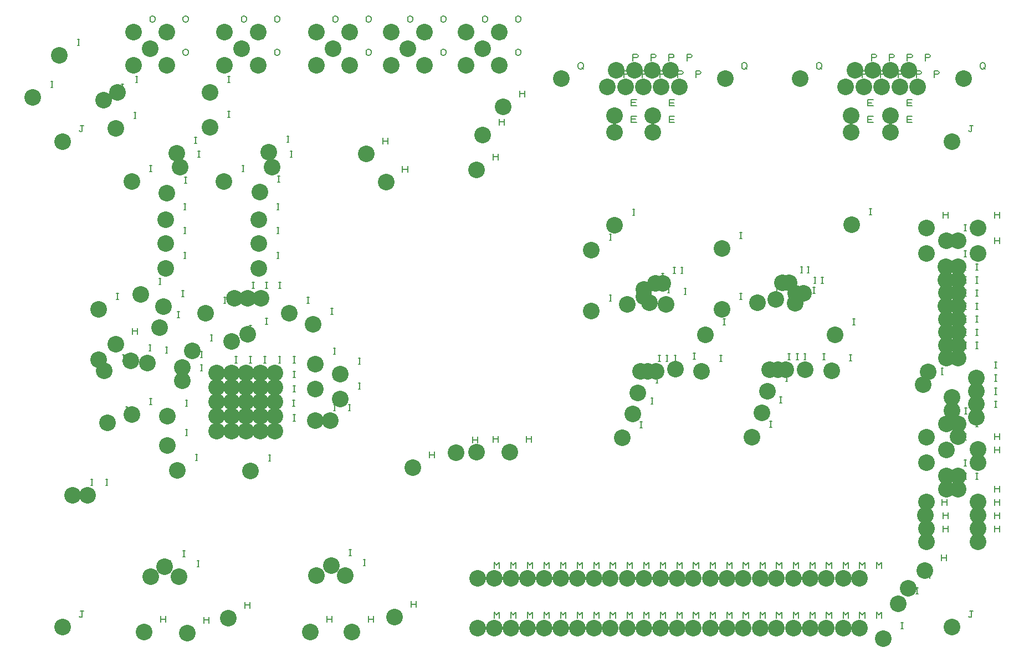
<source format=gbr>
%FSLAX23Y23*%
%MOIN*%
G04 EasyPC Gerber Version 17.0 Build 3379 *
%ADD18C,0.00500*%
%ADD71C,0.10000*%
X0Y0D02*
D02*
D18*
X207Y3527D02*
X219D01*
X213D02*
Y3564D01*
X207D02*
X219D01*
X367Y3782D02*
X379D01*
X373D02*
Y3819D01*
X367D02*
X379D01*
X378Y343D02*
X381Y340D01*
X387Y337*
X393Y340*
X396Y343*
Y374*
X403*
X396D02*
X384D01*
X378Y3268D02*
X381Y3265D01*
X387Y3262*
X393Y3265*
X396Y3268*
Y3299*
X403*
X396D02*
X384D01*
X447Y1132D02*
X459D01*
X453D02*
Y1169D01*
X447D02*
X459D01*
X537Y1132D02*
X549D01*
X543D02*
Y1169D01*
X537D02*
X549D01*
X602Y1947D02*
X614D01*
X608D02*
Y1984D01*
X602D02*
X614D01*
X602Y2252D02*
X614D01*
X608D02*
Y2289D01*
X602D02*
X614D01*
X632Y3512D02*
X644D01*
X638D02*
Y3549D01*
X632D02*
X644D01*
X637Y1882D02*
X649D01*
X643D02*
Y1919D01*
X637D02*
X649D01*
X657Y1567D02*
X669D01*
X663D02*
Y1604D01*
X657D02*
X669D01*
X698Y2042D02*
Y2079D01*
Y2061D02*
X729D01*
Y2042D02*
Y2079D01*
X707Y3342D02*
X719D01*
X713D02*
Y3379D01*
X707D02*
X719D01*
X717Y3557D02*
X729D01*
X723D02*
Y3594D01*
X717D02*
X729D01*
X797Y1942D02*
X809D01*
X803D02*
Y1979D01*
X797D02*
X809D01*
X802Y1617D02*
X814D01*
X808D02*
Y1654D01*
X802D02*
X814D01*
X802Y3022D02*
X814D01*
X808D02*
Y3059D01*
X802D02*
X814D01*
X803Y3734D02*
Y3747D01*
X806Y3753*
X809Y3756*
X815Y3759*
X821*
X828Y3756*
X831Y3753*
X834Y3747*
Y3734*
X831Y3728*
X828Y3725*
X821Y3722*
X815*
X809Y3725*
X806Y3728*
X803Y3734*
Y3934D02*
Y3947D01*
X806Y3953*
X809Y3956*
X815Y3959*
X821*
X828Y3956*
X831Y3953*
X834Y3947*
Y3934*
X831Y3928*
X828Y3925*
X821Y3922*
X815*
X809Y3925*
X806Y3928*
X803Y3934*
X857Y2342D02*
X869D01*
X863D02*
Y2379D01*
X857D02*
X869D01*
X868Y307D02*
Y344D01*
Y326D02*
X899D01*
Y307D02*
Y344D01*
X897Y1927D02*
X909D01*
X903D02*
Y1964D01*
X897D02*
X909D01*
X903Y3822D02*
Y3859D01*
X934Y3822*
Y3859*
X917Y642D02*
X929D01*
X923D02*
Y679D01*
X917D02*
X929D01*
X969Y2142D02*
X982D01*
X976D02*
Y2179D01*
X969D02*
X982D01*
X994Y2267D02*
X1007D01*
X1001D02*
Y2304D01*
X994D02*
X1007D01*
X1002Y702D02*
X1014D01*
X1008D02*
Y739D01*
X1002D02*
X1014D01*
X1007Y2497D02*
X1019D01*
X1013D02*
Y2534D01*
X1007D02*
X1019D01*
X1007Y2647D02*
X1019D01*
X1013D02*
Y2684D01*
X1007D02*
X1019D01*
X1007Y2792D02*
X1019D01*
X1013D02*
Y2829D01*
X1007D02*
X1019D01*
X1012Y2952D02*
X1024D01*
X1018D02*
Y2989D01*
X1012D02*
X1024D01*
X1002Y3734D02*
Y3747D01*
X1006Y3753*
X1009Y3756*
X1015Y3759*
X1021*
X1028Y3756*
X1031Y3753*
X1034Y3747*
Y3734*
X1031Y3728*
X1028Y3725*
X1021Y3722*
X1015*
X1009Y3725*
X1006Y3728*
X1002Y3734*
Y3934D02*
Y3947D01*
X1006Y3953*
X1009Y3956*
X1015Y3959*
X1021*
X1028Y3956*
X1031Y3953*
X1034Y3947*
Y3934*
X1031Y3928*
X1028Y3925*
X1021Y3922*
X1015*
X1009Y3925*
X1006Y3928*
X1002Y3934*
X1017Y1432D02*
X1029D01*
X1023D02*
Y1469D01*
X1017D02*
X1029D01*
X1017Y1607D02*
X1029D01*
X1023D02*
Y1644D01*
X1017D02*
X1029D01*
X1072Y3192D02*
X1084D01*
X1078D02*
Y3229D01*
X1072D02*
X1084D01*
X1077Y1282D02*
X1089D01*
X1083D02*
Y1319D01*
X1077D02*
X1089D01*
X1087Y642D02*
X1099D01*
X1093D02*
Y679D01*
X1087D02*
X1099D01*
X1092Y3107D02*
X1104D01*
X1098D02*
Y3144D01*
X1092D02*
X1104D01*
X1107Y1822D02*
X1119D01*
X1113D02*
Y1859D01*
X1107D02*
X1119D01*
X1107Y1902D02*
X1119D01*
X1113D02*
Y1939D01*
X1107D02*
X1119D01*
X1127Y302D02*
Y339D01*
Y321D02*
X1159D01*
Y302D02*
Y339D01*
X1167Y2002D02*
X1179D01*
X1173D02*
Y2039D01*
X1167D02*
X1179D01*
X1247Y2227D02*
X1259D01*
X1253D02*
Y2264D01*
X1247D02*
X1259D01*
X1272Y3347D02*
X1284D01*
X1278D02*
Y3384D01*
X1272D02*
X1284D01*
X1272Y3557D02*
X1284D01*
X1278D02*
Y3594D01*
X1272D02*
X1284D01*
X1314Y1519D02*
X1327D01*
X1321D02*
Y1557D01*
X1314D02*
X1327D01*
X1314Y1607D02*
X1327D01*
X1321D02*
Y1644D01*
X1314D02*
X1327D01*
X1314Y1694D02*
X1327D01*
X1321D02*
Y1732D01*
X1314D02*
X1327D01*
X1314Y1782D02*
X1327D01*
X1321D02*
Y1819D01*
X1314D02*
X1327D01*
X1314Y1869D02*
X1327D01*
X1321D02*
Y1907D01*
X1314D02*
X1327D01*
X1357Y3022D02*
X1369D01*
X1363D02*
Y3059D01*
X1357D02*
X1369D01*
X1353Y3734D02*
Y3747D01*
X1356Y3753*
X1359Y3756*
X1365Y3759*
X1371*
X1378Y3756*
X1381Y3753*
X1384Y3747*
Y3734*
X1381Y3728*
X1378Y3725*
X1371Y3722*
X1365*
X1359Y3725*
X1356Y3728*
X1353Y3734*
Y3934D02*
Y3947D01*
X1356Y3953*
X1359Y3956*
X1365Y3959*
X1371*
X1378Y3956*
X1381Y3953*
X1384Y3947*
Y3934*
X1381Y3928*
X1378Y3925*
X1371Y3922*
X1365*
X1359Y3925*
X1356Y3928*
X1353Y3934*
X1373Y392D02*
Y429D01*
Y411D02*
X1404D01*
Y392D02*
Y429D01*
X1402Y1519D02*
X1414D01*
X1408D02*
Y1557D01*
X1402D02*
X1414D01*
X1402Y1607D02*
X1414D01*
X1408D02*
Y1644D01*
X1402D02*
X1414D01*
X1402Y1694D02*
X1414D01*
X1408D02*
Y1732D01*
X1402D02*
X1414D01*
X1402Y1782D02*
X1414D01*
X1408D02*
Y1819D01*
X1402D02*
X1414D01*
X1402Y1869D02*
X1414D01*
X1408D02*
Y1907D01*
X1402D02*
X1414D01*
X1402Y2057D02*
X1414D01*
X1408D02*
Y2094D01*
X1402D02*
X1414D01*
X1419Y2317D02*
X1432D01*
X1426D02*
Y2354D01*
X1419D02*
X1432D01*
X1453Y3822D02*
Y3859D01*
X1484Y3822*
Y3859*
X1489Y1519D02*
X1502D01*
X1496D02*
Y1557D01*
X1489D02*
X1502D01*
X1489Y1607D02*
X1502D01*
X1496D02*
Y1644D01*
X1489D02*
X1502D01*
X1489Y1694D02*
X1502D01*
X1496D02*
Y1732D01*
X1489D02*
X1502D01*
X1489Y1782D02*
X1502D01*
X1496D02*
Y1819D01*
X1489D02*
X1502D01*
X1489Y1869D02*
X1502D01*
X1496D02*
Y1907D01*
X1489D02*
X1502D01*
X1499Y2102D02*
X1512D01*
X1506D02*
Y2139D01*
X1499D02*
X1512D01*
X1499Y2317D02*
X1512D01*
X1506D02*
Y2354D01*
X1499D02*
X1512D01*
X1517Y1277D02*
X1529D01*
X1523D02*
Y1314D01*
X1517D02*
X1529D01*
X1553Y3734D02*
Y3747D01*
X1556Y3753*
X1559Y3756*
X1565Y3759*
X1571*
X1578Y3756*
X1581Y3753*
X1584Y3747*
Y3734*
X1581Y3728*
X1578Y3725*
X1571Y3722*
X1565*
X1559Y3725*
X1556Y3728*
X1553Y3734*
Y3934D02*
Y3947D01*
X1556Y3953*
X1559Y3956*
X1565Y3959*
X1571*
X1578Y3956*
X1581Y3953*
X1584Y3947*
Y3934*
X1581Y3928*
X1578Y3925*
X1571Y3922*
X1565*
X1559Y3925*
X1556Y3928*
X1553Y3934*
X1567Y2497D02*
X1579D01*
X1573D02*
Y2534D01*
X1567D02*
X1579D01*
X1567Y2647D02*
X1579D01*
X1573D02*
Y2684D01*
X1567D02*
X1579D01*
X1567Y2792D02*
X1579D01*
X1573D02*
Y2829D01*
X1567D02*
X1579D01*
X1572Y2957D02*
X1584D01*
X1578D02*
Y2994D01*
X1572D02*
X1584D01*
X1577Y1519D02*
X1589D01*
X1583D02*
Y1557D01*
X1577D02*
X1589D01*
X1577Y1607D02*
X1589D01*
X1583D02*
Y1644D01*
X1577D02*
X1589D01*
X1577Y1694D02*
X1589D01*
X1583D02*
Y1732D01*
X1577D02*
X1589D01*
X1577Y1782D02*
X1589D01*
X1583D02*
Y1819D01*
X1577D02*
X1589D01*
X1577Y1869D02*
X1589D01*
X1583D02*
Y1907D01*
X1577D02*
X1589D01*
X1579Y2317D02*
X1592D01*
X1586D02*
Y2354D01*
X1579D02*
X1592D01*
X1627Y3197D02*
X1639D01*
X1633D02*
Y3234D01*
X1627D02*
X1639D01*
X1647Y3107D02*
X1659D01*
X1653D02*
Y3144D01*
X1647D02*
X1659D01*
X1662Y1607D02*
X1674D01*
X1668D02*
Y1644D01*
X1662D02*
X1674D01*
X1664Y1519D02*
X1677D01*
X1671D02*
Y1557D01*
X1664D02*
X1677D01*
X1664Y1694D02*
X1677D01*
X1671D02*
Y1732D01*
X1664D02*
X1677D01*
X1664Y1782D02*
X1677D01*
X1671D02*
Y1819D01*
X1664D02*
X1677D01*
X1664Y1869D02*
X1677D01*
X1671D02*
Y1907D01*
X1664D02*
X1677D01*
X1749Y2227D02*
X1762D01*
X1756D02*
Y2264D01*
X1749D02*
X1762D01*
X1868Y307D02*
Y344D01*
Y326D02*
X1899D01*
Y307D02*
Y344D01*
X1892Y2162D02*
X1904D01*
X1898D02*
Y2199D01*
X1892D02*
X1904D01*
X1907Y1582D02*
X1919D01*
X1913D02*
Y1619D01*
X1907D02*
X1919D01*
X1907Y1772D02*
X1919D01*
X1913D02*
Y1809D01*
X1907D02*
X1919D01*
X1907Y1922D02*
X1919D01*
X1913D02*
Y1959D01*
X1907D02*
X1919D01*
X1912Y647D02*
X1924D01*
X1918D02*
Y684D01*
X1912D02*
X1924D01*
X1903Y3734D02*
Y3747D01*
X1906Y3753*
X1909Y3756*
X1915Y3759*
X1921*
X1928Y3756*
X1931Y3753*
X1934Y3747*
Y3734*
X1931Y3728*
X1928Y3725*
X1921Y3722*
X1915*
X1909Y3725*
X1906Y3728*
X1903Y3734*
Y3934D02*
Y3947D01*
X1906Y3953*
X1909Y3956*
X1915Y3959*
X1921*
X1928Y3956*
X1931Y3953*
X1934Y3947*
Y3934*
X1931Y3928*
X1928Y3925*
X1921Y3922*
X1915*
X1909Y3925*
X1906Y3928*
X1903Y3934*
X1997Y1582D02*
X2009D01*
X2003D02*
Y1619D01*
X1997D02*
X2009D01*
X2002Y707D02*
X2014D01*
X2008D02*
Y744D01*
X2002D02*
X2014D01*
X2003Y3822D02*
Y3859D01*
X2034Y3822*
Y3859*
X2057Y1712D02*
X2069D01*
X2063D02*
Y1749D01*
X2057D02*
X2069D01*
X2057Y1862D02*
X2069D01*
X2063D02*
Y1899D01*
X2057D02*
X2069D01*
X2087Y647D02*
X2099D01*
X2093D02*
Y684D01*
X2087D02*
X2099D01*
X2103Y3734D02*
Y3747D01*
X2106Y3753*
X2109Y3756*
X2115Y3759*
X2121*
X2128Y3756*
X2131Y3753*
X2134Y3747*
Y3734*
X2131Y3728*
X2128Y3725*
X2121Y3722*
X2115*
X2109Y3725*
X2106Y3728*
X2103Y3734*
Y3934D02*
Y3947D01*
X2106Y3953*
X2109Y3956*
X2115Y3959*
X2121*
X2128Y3956*
X2131Y3953*
X2134Y3947*
Y3934*
X2131Y3928*
X2128Y3925*
X2121Y3922*
X2115*
X2109Y3925*
X2106Y3928*
X2103Y3934*
X2118Y307D02*
Y344D01*
Y326D02*
X2149D01*
Y307D02*
Y344D01*
X2203Y3187D02*
Y3224D01*
Y3206D02*
X2234D01*
Y3187D02*
Y3224D01*
X2322Y3017D02*
Y3054D01*
Y3036D02*
X2354D01*
Y3017D02*
Y3054D01*
X2353Y3734D02*
Y3747D01*
X2356Y3753*
X2359Y3756*
X2365Y3759*
X2371*
X2378Y3756*
X2381Y3753*
X2384Y3747*
Y3734*
X2381Y3728*
X2378Y3725*
X2371Y3722*
X2365*
X2359Y3725*
X2356Y3728*
X2353Y3734*
Y3934D02*
Y3947D01*
X2356Y3953*
X2359Y3956*
X2365Y3959*
X2371*
X2378Y3956*
X2381Y3953*
X2384Y3947*
Y3934*
X2381Y3928*
X2378Y3925*
X2371Y3922*
X2365*
X2359Y3925*
X2356Y3928*
X2353Y3934*
X2373Y397D02*
Y434D01*
Y416D02*
X2404D01*
Y397D02*
Y434D01*
X2453Y3822D02*
Y3859D01*
X2484Y3822*
Y3859*
X2483Y1297D02*
Y1334D01*
Y1316D02*
X2514D01*
Y1297D02*
Y1334D01*
X2553Y3734D02*
Y3747D01*
X2556Y3753*
X2559Y3756*
X2565Y3759*
X2571*
X2578Y3756*
X2581Y3753*
X2584Y3747*
Y3734*
X2581Y3728*
X2578Y3725*
X2571Y3722*
X2565*
X2559Y3725*
X2556Y3728*
X2553Y3734*
Y3934D02*
Y3947D01*
X2556Y3953*
X2559Y3956*
X2565Y3959*
X2571*
X2578Y3956*
X2581Y3953*
X2584Y3947*
Y3934*
X2581Y3928*
X2578Y3925*
X2571Y3922*
X2565*
X2559Y3925*
X2556Y3928*
X2553Y3934*
X2743Y1387D02*
Y1424D01*
Y1406D02*
X2774D01*
Y1387D02*
Y1424D01*
X2803Y3734D02*
Y3747D01*
X2806Y3753*
X2809Y3756*
X2815Y3759*
X2821*
X2828Y3756*
X2831Y3753*
X2834Y3747*
Y3734*
X2831Y3728*
X2828Y3725*
X2821Y3722*
X2815*
X2809Y3725*
X2806Y3728*
X2803Y3734*
Y3934D02*
Y3947D01*
X2806Y3953*
X2809Y3956*
X2815Y3959*
X2821*
X2828Y3956*
X2831Y3953*
X2834Y3947*
Y3934*
X2831Y3928*
X2828Y3925*
X2821Y3922*
X2815*
X2809Y3925*
X2806Y3928*
X2803Y3934*
X2868Y1392D02*
Y1429D01*
Y1411D02*
X2899D01*
Y1392D02*
Y1429D01*
X2868Y3092D02*
Y3129D01*
Y3111D02*
X2899D01*
Y3092D02*
Y3129D01*
X2873Y332D02*
Y369D01*
X2888Y351*
X2904Y369*
Y332*
X2873Y632D02*
Y669D01*
X2888Y651*
X2904Y669*
Y632*
X2903Y3302D02*
Y3339D01*
Y3321D02*
X2934D01*
Y3302D02*
Y3339D01*
X2903Y3822D02*
Y3859D01*
X2934Y3822*
Y3859*
X2973Y332D02*
Y369D01*
X2988Y351*
X3004Y369*
Y332*
X2973Y632D02*
Y669D01*
X2988Y651*
X3004Y669*
Y632*
X3003Y3734D02*
Y3747D01*
X3006Y3753*
X3009Y3756*
X3015Y3759*
X3021*
X3028Y3756*
X3031Y3753*
X3034Y3747*
Y3734*
X3031Y3728*
X3028Y3725*
X3021Y3722*
X3015*
X3009Y3725*
X3006Y3728*
X3003Y3734*
Y3934D02*
Y3947D01*
X3006Y3953*
X3009Y3956*
X3015Y3959*
X3021*
X3028Y3956*
X3031Y3953*
X3034Y3947*
Y3934*
X3031Y3928*
X3028Y3925*
X3021Y3922*
X3015*
X3009Y3925*
X3006Y3928*
X3003Y3934*
X3028Y3472D02*
Y3509D01*
Y3491D02*
X3059D01*
Y3472D02*
Y3509D01*
X3068Y1392D02*
Y1429D01*
Y1411D02*
X3099D01*
Y1392D02*
Y1429D01*
X3073Y332D02*
Y369D01*
X3088Y351*
X3104Y369*
Y332*
X3073Y632D02*
Y669D01*
X3088Y651*
X3104Y669*
Y632*
X3173Y332D02*
Y369D01*
X3188Y351*
X3204Y369*
Y332*
X3173Y632D02*
Y669D01*
X3188Y651*
X3204Y669*
Y632*
X3273Y332D02*
Y369D01*
X3288Y351*
X3304Y369*
Y332*
X3273Y632D02*
Y669D01*
X3288Y651*
X3304Y669*
Y632*
X3373Y332D02*
Y369D01*
X3388Y351*
X3404Y369*
Y332*
X3373Y632D02*
Y669D01*
X3388Y651*
X3404Y669*
Y632*
X3379Y3652D02*
Y3665D01*
X3382Y3671*
X3385Y3674*
X3391Y3677*
X3397*
X3404Y3674*
X3407Y3671*
X3410Y3665*
Y3652*
X3407Y3646*
X3404Y3643*
X3397Y3640*
X3391*
X3385Y3643*
X3382Y3646*
X3379Y3652*
X3400Y3649D02*
X3410Y3640D01*
X3473Y332D02*
Y369D01*
X3488Y351*
X3504Y369*
Y332*
X3473Y632D02*
Y669D01*
X3488Y651*
X3504Y669*
Y632*
X3567Y2242D02*
X3579D01*
X3573D02*
Y2279D01*
X3567D02*
X3579D01*
X3567Y2607D02*
X3579D01*
X3573D02*
Y2644D01*
X3567D02*
X3579D01*
X3572Y332D02*
Y369D01*
X3588Y351*
X3604Y369*
Y332*
X3572Y632D02*
Y669D01*
X3588Y651*
X3604Y669*
Y632*
X3655Y3590D02*
Y3627D01*
X3676*
X3683Y3624*
X3686Y3618*
X3683Y3612*
X3676Y3609*
X3655*
X3673Y332D02*
Y369D01*
X3688Y351*
X3704Y369*
Y332*
X3673Y632D02*
Y669D01*
X3688Y651*
X3704Y669*
Y632*
X3707Y2757D02*
X3719D01*
X3713D02*
Y2794D01*
X3707D02*
X3719D01*
X3699Y3319D02*
Y3356D01*
X3730*
X3724Y3337D02*
X3699D01*
Y3319D02*
X3730D01*
X3699Y3419D02*
Y3456D01*
X3730*
X3724Y3437D02*
X3699D01*
Y3419D02*
X3730D01*
X3709Y3690D02*
Y3727D01*
X3730*
X3737Y3724*
X3740Y3718*
X3737Y3712*
X3730Y3709*
X3709*
X3752Y1477D02*
X3764D01*
X3758D02*
Y1514D01*
X3752D02*
X3764D01*
X3763Y3590D02*
Y3627D01*
X3784*
X3791Y3624*
X3794Y3618*
X3791Y3612*
X3784Y3609*
X3763*
X3773Y332D02*
Y369D01*
X3788Y351*
X3804Y369*
Y332*
X3773Y632D02*
Y669D01*
X3788Y651*
X3804Y669*
Y632*
X3782Y2282D02*
X3794D01*
X3788D02*
Y2319D01*
X3782D02*
X3794D01*
X3817Y1622D02*
X3829D01*
X3823D02*
Y1659D01*
X3817D02*
X3829D01*
X3817Y3690D02*
Y3727D01*
X3838*
X3845Y3724*
X3848Y3718*
X3845Y3712*
X3838Y3709*
X3817*
X3847Y1747D02*
X3859D01*
X3853D02*
Y1784D01*
X3847D02*
X3859D01*
X3862Y1877D02*
X3874D01*
X3868D02*
Y1914D01*
X3862D02*
X3874D01*
X3871Y3590D02*
Y3627D01*
X3892*
X3899Y3624*
X3902Y3618*
X3899Y3612*
X3892Y3609*
X3871*
X3873Y332D02*
Y369D01*
X3888Y351*
X3904Y369*
Y332*
X3873Y632D02*
Y669D01*
X3888Y651*
X3904Y669*
Y632*
X3882Y2327D02*
X3894D01*
X3888D02*
Y2364D01*
X3882D02*
X3894D01*
X3882Y2372D02*
X3894D01*
X3888D02*
Y2409D01*
X3882D02*
X3894D01*
X3907Y1877D02*
X3919D01*
X3913D02*
Y1914D01*
X3907D02*
X3919D01*
X3917Y2292D02*
X3929D01*
X3923D02*
Y2329D01*
X3917D02*
X3929D01*
X3925Y3690D02*
Y3727D01*
X3946*
X3953Y3724*
X3956Y3718*
X3953Y3712*
X3946Y3709*
X3925*
X3928Y3317D02*
Y3354D01*
X3959*
X3953Y3336D02*
X3928D01*
Y3317D02*
X3959D01*
X3928Y3417D02*
Y3454D01*
X3959*
X3953Y3436D02*
X3928D01*
Y3417D02*
X3959D01*
X3952Y2407D02*
X3964D01*
X3958D02*
Y2444D01*
X3952D02*
X3964D01*
X3957Y1877D02*
X3969D01*
X3963D02*
Y1914D01*
X3957D02*
X3969D01*
X3973Y332D02*
Y369D01*
X3988Y351*
X4004Y369*
Y332*
X3973Y632D02*
Y669D01*
X3988Y651*
X4004Y669*
Y632*
X3979Y3590D02*
Y3627D01*
X4000*
X4007Y3624*
X4010Y3618*
X4007Y3612*
X4000Y3609*
X3979*
X3997Y2407D02*
X4009D01*
X4003D02*
Y2444D01*
X3997D02*
X4009D01*
X4017Y2282D02*
X4029D01*
X4023D02*
Y2319D01*
X4017D02*
X4029D01*
X4033Y3690D02*
Y3727D01*
X4054*
X4061Y3724*
X4064Y3718*
X4061Y3712*
X4054Y3709*
X4033*
X4072Y1892D02*
X4084D01*
X4078D02*
Y1929D01*
X4072D02*
X4084D01*
X4072Y332D02*
Y369D01*
X4088Y351*
X4104Y369*
Y332*
X4072Y632D02*
Y669D01*
X4088Y651*
X4104Y669*
Y632*
X4087Y3590D02*
Y3627D01*
X4108*
X4115Y3624*
X4118Y3618*
X4115Y3612*
X4108Y3609*
X4087*
X4173Y332D02*
Y369D01*
X4188Y351*
X4204Y369*
Y332*
X4173Y632D02*
Y669D01*
X4188Y651*
X4204Y669*
Y632*
X4232Y1877D02*
X4244D01*
X4238D02*
Y1914D01*
X4232D02*
X4244D01*
X4252Y2097D02*
X4264D01*
X4258D02*
Y2134D01*
X4252D02*
X4264D01*
X4273Y332D02*
Y369D01*
X4288Y351*
X4304Y369*
Y332*
X4273Y632D02*
Y669D01*
X4288Y651*
X4304Y669*
Y632*
X4352Y2252D02*
X4364D01*
X4358D02*
Y2289D01*
X4352D02*
X4364D01*
X4352Y2617D02*
X4364D01*
X4358D02*
Y2654D01*
X4352D02*
X4364D01*
X4363Y3652D02*
Y3665D01*
X4366Y3671*
X4369Y3674*
X4375Y3677*
X4381*
X4388Y3674*
X4391Y3671*
X4394Y3665*
Y3652*
X4391Y3646*
X4388Y3643*
X4381Y3640*
X4375*
X4369Y3643*
X4366Y3646*
X4363Y3652*
X4384Y3649D02*
X4394Y3640D01*
X4372Y332D02*
Y369D01*
X4388Y351*
X4404Y369*
Y332*
X4372Y632D02*
Y669D01*
X4388Y651*
X4404Y669*
Y632*
X4473Y332D02*
Y369D01*
X4488Y351*
X4504Y369*
Y332*
X4473Y632D02*
Y669D01*
X4488Y651*
X4504Y669*
Y632*
X4532Y1482D02*
X4544D01*
X4538D02*
Y1519D01*
X4532D02*
X4544D01*
X4567Y2292D02*
X4579D01*
X4573D02*
Y2329D01*
X4567D02*
X4579D01*
X4572Y332D02*
Y369D01*
X4588Y351*
X4604Y369*
Y332*
X4572Y632D02*
Y669D01*
X4588Y651*
X4604Y669*
Y632*
X4592Y1627D02*
X4604D01*
X4598D02*
Y1664D01*
X4592D02*
X4604D01*
X4627Y1757D02*
X4639D01*
X4633D02*
Y1794D01*
X4627D02*
X4639D01*
X4642Y1887D02*
X4654D01*
X4648D02*
Y1924D01*
X4642D02*
X4654D01*
X4677Y2312D02*
X4689D01*
X4683D02*
Y2349D01*
X4677D02*
X4689D01*
X4673Y332D02*
Y369D01*
X4688Y351*
X4704Y369*
Y332*
X4673Y632D02*
Y669D01*
X4688Y651*
X4704Y669*
Y632*
X4692Y1887D02*
X4704D01*
X4698D02*
Y1924D01*
X4692D02*
X4704D01*
X4717Y2412D02*
X4729D01*
X4723D02*
Y2449D01*
X4717D02*
X4729D01*
X4737Y1887D02*
X4749D01*
X4743D02*
Y1924D01*
X4737D02*
X4749D01*
X4757Y2412D02*
X4769D01*
X4763D02*
Y2449D01*
X4757D02*
X4769D01*
X4773Y332D02*
Y369D01*
X4788Y351*
X4804Y369*
Y332*
X4773Y632D02*
Y669D01*
X4788Y651*
X4804Y669*
Y632*
X4792Y2287D02*
X4804D01*
X4798D02*
Y2324D01*
X4792D02*
X4804D01*
X4797Y2347D02*
X4809D01*
X4803D02*
Y2384D01*
X4797D02*
X4809D01*
X4813Y3652D02*
Y3665D01*
X4816Y3671*
X4819Y3674*
X4825Y3677*
X4831*
X4838Y3674*
X4841Y3671*
X4844Y3665*
Y3652*
X4841Y3646*
X4838Y3643*
X4831Y3640*
X4825*
X4819Y3643*
X4816Y3646*
X4813Y3652*
X4834Y3649D02*
X4844Y3640D01*
X4842Y2347D02*
X4854D01*
X4848D02*
Y2384D01*
X4842D02*
X4854D01*
X4852Y1887D02*
X4864D01*
X4858D02*
Y1924D01*
X4852D02*
X4864D01*
X4872Y332D02*
Y369D01*
X4888Y351*
X4904Y369*
Y332*
X4872Y632D02*
Y669D01*
X4888Y651*
X4904Y669*
Y632*
X4973Y332D02*
Y369D01*
X4988Y351*
X5004Y369*
Y332*
X4973Y632D02*
Y669D01*
X4988Y651*
X5004Y669*
Y632*
X5012Y1882D02*
X5024D01*
X5018D02*
Y1919D01*
X5012D02*
X5024D01*
X5032Y2097D02*
X5044D01*
X5038D02*
Y2134D01*
X5032D02*
X5044D01*
X5072Y332D02*
Y369D01*
X5088Y351*
X5104Y369*
Y332*
X5072Y632D02*
Y669D01*
X5088Y651*
X5104Y669*
Y632*
X5089Y3590D02*
Y3627D01*
X5110*
X5117Y3624*
X5120Y3618*
X5117Y3612*
X5110Y3609*
X5089*
X5121Y3317D02*
Y3355D01*
X5153*
X5146Y3336D02*
X5121D01*
Y3317D02*
X5153D01*
X5121Y3417D02*
Y3455D01*
X5153*
X5146Y3436D02*
X5121D01*
Y3417D02*
X5153D01*
X5132Y2762D02*
X5144D01*
X5138D02*
Y2799D01*
X5132D02*
X5144D01*
X5143Y3690D02*
Y3727D01*
X5164*
X5171Y3724*
X5174Y3718*
X5171Y3712*
X5164Y3709*
X5143*
X5173Y332D02*
Y369D01*
X5188Y351*
X5204Y369*
Y332*
X5173Y632D02*
Y669D01*
X5188Y651*
X5204Y669*
Y632*
X5197Y3590D02*
Y3627D01*
X5218*
X5225Y3624*
X5228Y3618*
X5225Y3612*
X5218Y3609*
X5197*
X5251Y3690D02*
Y3727D01*
X5272*
X5279Y3724*
X5282Y3718*
X5279Y3712*
X5272Y3709*
X5251*
X5305Y3590D02*
Y3627D01*
X5326*
X5333Y3624*
X5336Y3618*
X5333Y3612*
X5326Y3609*
X5305*
X5322Y267D02*
X5334D01*
X5328D02*
Y304D01*
X5322D02*
X5334D01*
X5358Y3317D02*
Y3354D01*
X5389*
X5383Y3336D02*
X5358D01*
Y3317D02*
X5389D01*
X5358Y3417D02*
Y3454D01*
X5389*
X5383Y3436D02*
X5358D01*
Y3417D02*
X5389D01*
X5359Y3690D02*
Y3727D01*
X5380*
X5387Y3724*
X5390Y3718*
X5387Y3712*
X5380Y3709*
X5359*
X5412Y477D02*
X5424D01*
X5418D02*
Y514D01*
X5412D02*
X5424D01*
X5413Y3590D02*
Y3627D01*
X5434*
X5441Y3624*
X5444Y3618*
X5441Y3612*
X5434Y3609*
X5413*
X5463Y572D02*
Y609D01*
Y591D02*
X5494D01*
Y572D02*
Y609D01*
X5467Y3690D02*
Y3727D01*
X5488*
X5495Y3724*
X5498Y3718*
X5495Y3712*
X5488Y3709*
X5467*
X5521Y3590D02*
Y3627D01*
X5542*
X5549Y3624*
X5552Y3618*
X5549Y3612*
X5542Y3609*
X5521*
X5563Y1799D02*
X5575D01*
X5569D02*
Y1837D01*
X5563D02*
X5575D01*
X5563Y677D02*
Y714D01*
Y696D02*
X5594D01*
Y677D02*
Y714D01*
X5568Y1012D02*
Y1049D01*
Y1031D02*
X5599D01*
Y1012D02*
Y1049D01*
X5573Y852D02*
Y889D01*
Y871D02*
X5604D01*
Y852D02*
Y889D01*
X5573Y932D02*
Y969D01*
Y951D02*
X5604D01*
Y932D02*
Y969D01*
X5573Y1092D02*
Y1129D01*
Y1111D02*
X5604D01*
Y1092D02*
Y1129D01*
X5573Y1327D02*
Y1364D01*
Y1346D02*
X5604D01*
Y1327D02*
Y1364D01*
X5573Y1482D02*
Y1519D01*
Y1501D02*
X5604D01*
Y1482D02*
Y1519D01*
X5573Y2587D02*
Y2624D01*
Y2606D02*
X5604D01*
Y2587D02*
Y2624D01*
X5573Y2742D02*
Y2779D01*
Y2761D02*
X5604D01*
Y2742D02*
Y2779D01*
X5595Y1875D02*
X5608D01*
X5601D02*
Y1913D01*
X5595D02*
X5608D01*
X5700Y2428D02*
X5712D01*
X5706D02*
Y2466D01*
X5700D02*
X5712D01*
X5701Y2272D02*
X5714D01*
X5707D02*
Y2310D01*
X5701D02*
X5714D01*
X5701Y2508D02*
X5714D01*
X5707D02*
Y2545D01*
X5701D02*
X5714D01*
X5702Y1247D02*
X5715D01*
X5709D02*
Y1285D01*
X5702D02*
X5715D01*
X5702Y1405D02*
X5715D01*
X5709D02*
Y1442D01*
X5702D02*
X5715D01*
X5702Y2035D02*
X5715D01*
X5709D02*
Y2072D01*
X5702D02*
X5715D01*
X5702Y2114D02*
X5715D01*
X5709D02*
Y2151D01*
X5702D02*
X5715D01*
X5702Y2192D02*
X5715D01*
X5709D02*
Y2230D01*
X5702D02*
X5715D01*
X5702Y2351D02*
X5715D01*
X5709D02*
Y2388D01*
X5702D02*
X5715D01*
X5702Y2665D02*
X5715D01*
X5709D02*
Y2703D01*
X5702D02*
X5715D01*
X5704Y1169D02*
X5716D01*
X5710D02*
Y1206D01*
X5704D02*
X5716D01*
X5704Y1956D02*
X5716D01*
X5710D02*
Y1994D01*
X5704D02*
X5716D01*
X5705Y1562D02*
X5717D01*
X5711D02*
Y1599D01*
X5705D02*
X5717D01*
X5728Y343D02*
X5731Y340D01*
X5737Y337*
X5743Y340*
X5746Y343*
Y374*
X5753*
X5746D02*
X5734D01*
X5728Y3268D02*
X5731Y3265D01*
X5737Y3262*
X5743Y3265*
X5746Y3268*
Y3299*
X5753*
X5746D02*
X5734D01*
X5737Y1642D02*
X5750D01*
X5744D02*
Y1679D01*
X5737D02*
X5750D01*
X5739Y1720D02*
X5751D01*
X5745D02*
Y1758D01*
X5739D02*
X5751D01*
X5772Y1169D02*
X5784D01*
X5778D02*
Y1206D01*
X5772D02*
X5784D01*
X5772Y1248D02*
X5784D01*
X5778D02*
Y1285D01*
X5772D02*
X5784D01*
X5772Y1484D02*
X5784D01*
X5778D02*
Y1521D01*
X5772D02*
X5784D01*
X5772Y1563D02*
X5784D01*
X5778D02*
Y1600D01*
X5772D02*
X5784D01*
X5772Y1956D02*
X5784D01*
X5778D02*
Y1994D01*
X5772D02*
X5784D01*
X5772Y2035D02*
X5784D01*
X5778D02*
Y2073D01*
X5772D02*
X5784D01*
X5772Y2114D02*
X5784D01*
X5778D02*
Y2151D01*
X5772D02*
X5784D01*
X5772Y2193D02*
X5784D01*
X5778D02*
Y2230D01*
X5772D02*
X5784D01*
X5772Y2271D02*
X5784D01*
X5778D02*
Y2309D01*
X5772D02*
X5784D01*
X5772Y2350D02*
X5784D01*
X5778D02*
Y2388D01*
X5772D02*
X5784D01*
X5772Y2429D02*
X5784D01*
X5778D02*
Y2466D01*
X5772D02*
X5784D01*
X5772Y2508D02*
X5784D01*
X5778D02*
Y2545D01*
X5772D02*
X5784D01*
X5772Y2665D02*
X5784D01*
X5778D02*
Y2703D01*
X5772D02*
X5784D01*
X5797Y3652D02*
Y3665D01*
X5800Y3671*
X5803Y3674*
X5809Y3677*
X5815*
X5822Y3674*
X5825Y3671*
X5828Y3665*
Y3652*
X5825Y3646*
X5822Y3643*
X5815Y3640*
X5809*
X5803Y3643*
X5800Y3646*
X5797Y3652*
X5818Y3649D02*
X5828Y3640D01*
X5884Y1602D02*
X5897D01*
X5890D02*
Y1639D01*
X5884D02*
X5897D01*
X5884Y1680D02*
X5897D01*
X5890D02*
Y1718D01*
X5884D02*
X5897D01*
X5884Y1759D02*
X5897D01*
X5890D02*
Y1797D01*
X5884D02*
X5897D01*
X5884Y1839D02*
X5897D01*
X5890D02*
Y1876D01*
X5884D02*
X5897D01*
X5883Y852D02*
Y889D01*
Y871D02*
X5914D01*
Y852D02*
Y889D01*
X5883Y932D02*
Y969D01*
Y951D02*
X5914D01*
Y932D02*
Y969D01*
X5883Y1012D02*
Y1049D01*
Y1031D02*
X5914D01*
Y1012D02*
Y1049D01*
X5883Y1092D02*
Y1129D01*
Y1111D02*
X5914D01*
Y1092D02*
Y1129D01*
X5883Y1327D02*
Y1364D01*
Y1346D02*
X5914D01*
Y1327D02*
Y1364D01*
X5883Y1407D02*
Y1444D01*
Y1426D02*
X5914D01*
Y1407D02*
Y1444D01*
X5883Y2587D02*
Y2624D01*
Y2606D02*
X5914D01*
Y2587D02*
Y2624D01*
X5883Y2742D02*
Y2779D01*
Y2761D02*
X5914D01*
Y2742D02*
Y2779D01*
D02*
D71*
X98Y3468D03*
X258Y3723D03*
X278Y278D03*
Y3203D03*
X338Y1073D03*
X428D03*
X493Y1888D03*
Y2192D03*
X523Y3453D03*
X527Y1823D03*
X548Y1508D03*
X598Y1983D03*
Y3283D03*
X608Y3498D03*
X688Y1883D03*
X693Y1558D03*
Y2963D03*
X703Y3663D03*
Y3863D03*
X748Y2283D03*
X768Y248D03*
X788Y1868D03*
X803Y3763D03*
X808Y583D03*
X860Y2083D03*
X885Y2208D03*
X892Y643D03*
X898Y2438D03*
Y2588D03*
Y2733D03*
X903Y2893D03*
Y3663D03*
Y3863D03*
X908Y1373D03*
Y1548D03*
X963Y3133D03*
X968Y1223D03*
X978Y583D03*
X983Y3048D03*
X998Y1763D03*
Y1843D03*
X1028Y243D03*
X1058Y1942D03*
X1138Y2168D03*
X1163Y3288D03*
Y3498D03*
X1205Y1460D03*
Y1548D03*
Y1635D03*
Y1722D03*
Y1810D03*
X1248Y2963D03*
X1252Y3663D03*
Y3863D03*
X1273Y333D03*
X1293Y1460D03*
Y1548D03*
Y1635D03*
Y1722D03*
Y1810D03*
Y1998D03*
X1310Y2258D03*
X1353Y3763D03*
X1380Y1460D03*
Y1548D03*
Y1635D03*
Y1722D03*
Y1810D03*
X1390Y2043D03*
Y2258D03*
X1408Y1218D03*
X1453Y3663D03*
Y3863D03*
X1458Y2438D03*
Y2588D03*
Y2733D03*
X1463Y2898D03*
X1468Y1460D03*
Y1548D03*
Y1635D03*
Y1722D03*
Y1810D03*
X1470Y2258D03*
X1518Y3138D03*
X1538Y3048D03*
X1553Y1548D03*
X1555Y1460D03*
Y1635D03*
Y1722D03*
Y1810D03*
X1640Y2168D03*
X1768Y248D03*
X1783Y2103D03*
X1798Y1523D03*
Y1713D03*
Y1863D03*
X1803Y588D03*
Y3663D03*
Y3863D03*
X1888Y1523D03*
X1893Y648D03*
X1903Y3763D03*
X1948Y1653D03*
Y1803D03*
X1978Y588D03*
X2003Y3663D03*
Y3863D03*
X2018Y248D03*
X2103Y3128D03*
X2223Y2958D03*
X2253Y3663D03*
Y3863D03*
X2273Y338D03*
X2353Y3763D03*
X2383Y1238D03*
X2453Y3663D03*
Y3863D03*
X2643Y1328D03*
X2703Y3663D03*
Y3863D03*
X2768Y1333D03*
Y3033D03*
X2773Y273D03*
Y573D03*
X2803Y3243D03*
Y3763D03*
X2873Y273D03*
Y573D03*
X2903Y3663D03*
Y3863D03*
X2928Y3413D03*
X2968Y1333D03*
X2973Y273D03*
Y573D03*
X3073Y273D03*
Y573D03*
X3173Y273D03*
Y573D03*
X3273Y273D03*
Y573D03*
X3279Y3581D03*
X3373Y273D03*
Y573D03*
X3458Y2183D03*
Y2547D03*
X3473Y273D03*
Y573D03*
X3555Y3531D03*
X3572Y273D03*
Y573D03*
X3598Y2698D03*
X3599Y3259D03*
Y3359D03*
X3609Y3631D03*
X3643Y1418D03*
X3663Y3531D03*
X3673Y273D03*
Y573D03*
Y2223D03*
X3708Y1563D03*
X3717Y3631D03*
X3738Y1688D03*
X3753Y1817D03*
X3771Y3531D03*
X3773Y273D03*
Y573D03*
Y2268D03*
Y2313D03*
X3798Y1817D03*
X3808Y2233D03*
X3825Y3631D03*
X3828Y3257D03*
Y3358D03*
X3843Y2348D03*
X3848Y1817D03*
X3873Y273D03*
Y573D03*
X3879Y3531D03*
X3888Y2348D03*
X3908Y2223D03*
X3933Y3631D03*
X3963Y1833D03*
X3973Y273D03*
Y573D03*
X3987Y3531D03*
X4072Y273D03*
Y573D03*
X4122Y1817D03*
X4143Y2038D03*
X4173Y273D03*
Y573D03*
X4243Y2192D03*
Y2558D03*
X4263Y3581D03*
X4273Y273D03*
Y573D03*
X4372Y273D03*
Y573D03*
X4423Y1423D03*
X4457Y2233D03*
X4473Y273D03*
Y573D03*
X4483Y1568D03*
X4518Y1698D03*
X4532Y1828D03*
X4568Y2253D03*
X4572Y273D03*
Y573D03*
X4582Y1828D03*
X4608Y2353D03*
X4628Y1828D03*
X4648Y2353D03*
X4673Y273D03*
Y573D03*
X4683Y2228D03*
X4688Y2288D03*
X4713Y3581D03*
X4733Y2288D03*
X4743Y1828D03*
X4773Y273D03*
Y573D03*
X4872Y273D03*
Y573D03*
X4903Y1823D03*
X4923Y2038D03*
X4973Y273D03*
Y573D03*
X4989Y3531D03*
X5021Y3258D03*
Y3358D03*
X5023Y2703D03*
X5043Y3631D03*
X5072Y273D03*
Y573D03*
X5097Y3531D03*
X5151Y3631D03*
X5205Y3531D03*
X5213Y207D03*
X5258Y3257D03*
Y3358D03*
X5259Y3631D03*
X5303Y418D03*
X5313Y3531D03*
X5363Y513D03*
X5367Y3631D03*
X5421Y3531D03*
X5453Y1740D03*
X5463Y618D03*
X5468Y953D03*
X5473Y793D03*
Y873D03*
Y1033D03*
Y1268D03*
Y1423D03*
Y2528D03*
Y2683D03*
X5486Y1816D03*
X5591Y2369D03*
X5592Y2213D03*
Y2449D03*
X5593Y1188D03*
Y1345D03*
Y1976D03*
Y2054D03*
Y2133D03*
Y2291D03*
Y2606D03*
X5594Y1109D03*
Y1897D03*
X5595Y1503D03*
X5628Y278D03*
Y3203D03*
X5628Y1582D03*
X5629Y1661D03*
X5663Y1110D03*
Y1188D03*
Y1425D03*
Y1503D03*
Y1897D03*
Y1976D03*
Y2054D03*
Y2133D03*
Y2212D03*
Y2291D03*
Y2369D03*
Y2448D03*
Y2606D03*
X5697Y3581D03*
X5775Y1542D03*
Y1621D03*
Y1700D03*
Y1780D03*
X5783Y793D03*
Y873D03*
Y953D03*
Y1033D03*
Y1268D03*
Y1348D03*
Y2528D03*
Y2683D03*
X0Y0D02*
M02*

</source>
